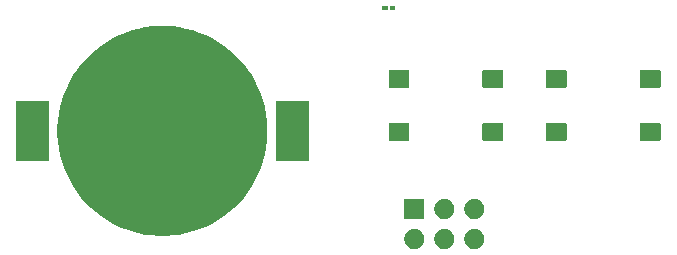
<source format=gbr>
%TF.GenerationSoftware,KiCad,Pcbnew,9.0.3*%
%TF.CreationDate,2025-08-06T08:50:17-04:00*%
%TF.ProjectId,remote,72656d6f-7465-42e6-9b69-6361645f7063,rev?*%
%TF.SameCoordinates,Original*%
%TF.FileFunction,Soldermask,Top*%
%TF.FilePolarity,Negative*%
%FSLAX46Y46*%
G04 Gerber Fmt 4.6, Leading zero omitted, Abs format (unit mm)*
G04 Created by KiCad (PCBNEW 9.0.3) date 2025-08-06 08:50:17*
%MOMM*%
%LPD*%
G01*
G04 APERTURE LIST*
G04 APERTURE END LIST*
G36*
X223591030Y-72364001D02*
G01*
X223744975Y-72427767D01*
X223883522Y-72520341D01*
X224001347Y-72638166D01*
X224093921Y-72776713D01*
X224157687Y-72930658D01*
X224190195Y-73094085D01*
X224190195Y-73260715D01*
X224157687Y-73424142D01*
X224093921Y-73578087D01*
X224001347Y-73716634D01*
X223883522Y-73834459D01*
X223744975Y-73927033D01*
X223591030Y-73990799D01*
X223427603Y-74023307D01*
X223260973Y-74023307D01*
X223097546Y-73990799D01*
X222943601Y-73927033D01*
X222805054Y-73834459D01*
X222687229Y-73716634D01*
X222594655Y-73578087D01*
X222530889Y-73424142D01*
X222498381Y-73260715D01*
X222498381Y-73094085D01*
X222530889Y-72930658D01*
X222594655Y-72776713D01*
X222687229Y-72638166D01*
X222805054Y-72520341D01*
X222943601Y-72427767D01*
X223097546Y-72364001D01*
X223260973Y-72331493D01*
X223427603Y-72331493D01*
X223591030Y-72364001D01*
G37*
G36*
X226131030Y-72364001D02*
G01*
X226284975Y-72427767D01*
X226423522Y-72520341D01*
X226541347Y-72638166D01*
X226633921Y-72776713D01*
X226697687Y-72930658D01*
X226730195Y-73094085D01*
X226730195Y-73260715D01*
X226697687Y-73424142D01*
X226633921Y-73578087D01*
X226541347Y-73716634D01*
X226423522Y-73834459D01*
X226284975Y-73927033D01*
X226131030Y-73990799D01*
X225967603Y-74023307D01*
X225800973Y-74023307D01*
X225637546Y-73990799D01*
X225483601Y-73927033D01*
X225345054Y-73834459D01*
X225227229Y-73716634D01*
X225134655Y-73578087D01*
X225070889Y-73424142D01*
X225038381Y-73260715D01*
X225038381Y-73094085D01*
X225070889Y-72930658D01*
X225134655Y-72776713D01*
X225227229Y-72638166D01*
X225345054Y-72520341D01*
X225483601Y-72427767D01*
X225637546Y-72364001D01*
X225800973Y-72331493D01*
X225967603Y-72331493D01*
X226131030Y-72364001D01*
G37*
G36*
X228671030Y-72364001D02*
G01*
X228824975Y-72427767D01*
X228963522Y-72520341D01*
X229081347Y-72638166D01*
X229173921Y-72776713D01*
X229237687Y-72930658D01*
X229270195Y-73094085D01*
X229270195Y-73260715D01*
X229237687Y-73424142D01*
X229173921Y-73578087D01*
X229081347Y-73716634D01*
X228963522Y-73834459D01*
X228824975Y-73927033D01*
X228671030Y-73990799D01*
X228507603Y-74023307D01*
X228340973Y-74023307D01*
X228177546Y-73990799D01*
X228023601Y-73927033D01*
X227885054Y-73834459D01*
X227767229Y-73716634D01*
X227674655Y-73578087D01*
X227610889Y-73424142D01*
X227578381Y-73260715D01*
X227578381Y-73094085D01*
X227610889Y-72930658D01*
X227674655Y-72776713D01*
X227767229Y-72638166D01*
X227885054Y-72520341D01*
X228023601Y-72427767D01*
X228177546Y-72364001D01*
X228340973Y-72331493D01*
X228507603Y-72331493D01*
X228671030Y-72364001D01*
G37*
G36*
X202879660Y-55186208D02*
G01*
X203456429Y-55262141D01*
X204026996Y-55375634D01*
X204588919Y-55526200D01*
X205139791Y-55713196D01*
X205677253Y-55935821D01*
X206199005Y-56193120D01*
X206702811Y-56483993D01*
X207186515Y-56807193D01*
X207648044Y-57161337D01*
X208085424Y-57544908D01*
X208496780Y-57956264D01*
X208880351Y-58393644D01*
X209234495Y-58855173D01*
X209557695Y-59338877D01*
X209848568Y-59842683D01*
X210105867Y-60364435D01*
X210328492Y-60901897D01*
X210515488Y-61452769D01*
X210666054Y-62014692D01*
X210779547Y-62585259D01*
X210855480Y-63162028D01*
X210893528Y-63742527D01*
X210893528Y-64324273D01*
X210855480Y-64904772D01*
X210779547Y-65481541D01*
X210666054Y-66052108D01*
X210515488Y-66614031D01*
X210328492Y-67164903D01*
X210105867Y-67702365D01*
X209848568Y-68224117D01*
X209557695Y-68727923D01*
X209234495Y-69211627D01*
X208880351Y-69673156D01*
X208496780Y-70110536D01*
X208085424Y-70521892D01*
X207648044Y-70905463D01*
X207186515Y-71259607D01*
X206702811Y-71582807D01*
X206199005Y-71873680D01*
X205677253Y-72130979D01*
X205139791Y-72353604D01*
X204588919Y-72540600D01*
X204026996Y-72691166D01*
X203456429Y-72804659D01*
X202879660Y-72880592D01*
X202299161Y-72918640D01*
X201717415Y-72918640D01*
X201136916Y-72880592D01*
X200560147Y-72804659D01*
X199989580Y-72691166D01*
X199427657Y-72540600D01*
X198876785Y-72353604D01*
X198339323Y-72130979D01*
X197817571Y-71873680D01*
X197313765Y-71582807D01*
X196830061Y-71259607D01*
X196368532Y-70905463D01*
X195931152Y-70521892D01*
X195519796Y-70110536D01*
X195136225Y-69673156D01*
X194782081Y-69211627D01*
X194458881Y-68727923D01*
X194168008Y-68224117D01*
X193910709Y-67702365D01*
X193688084Y-67164903D01*
X193501088Y-66614031D01*
X193350522Y-66052108D01*
X193237029Y-65481541D01*
X193161096Y-64904772D01*
X193123048Y-64324273D01*
X193123048Y-63742527D01*
X193161096Y-63162028D01*
X193237029Y-62585259D01*
X193350522Y-62014692D01*
X193501088Y-61452769D01*
X193688084Y-60901897D01*
X193910709Y-60364435D01*
X194168008Y-59842683D01*
X194458881Y-59338877D01*
X194782081Y-58855173D01*
X195136225Y-58393644D01*
X195519796Y-57956264D01*
X195931152Y-57544908D01*
X196368532Y-57161337D01*
X196830061Y-56807193D01*
X197313765Y-56483993D01*
X197817571Y-56193120D01*
X198339323Y-55935821D01*
X198876785Y-55713196D01*
X199427657Y-55526200D01*
X199989580Y-55375634D01*
X200560147Y-55262141D01*
X201136916Y-55186208D01*
X201717415Y-55148160D01*
X202299161Y-55148160D01*
X202879660Y-55186208D01*
G37*
G36*
X224194288Y-71487400D02*
G01*
X222494288Y-71487400D01*
X222494288Y-69787400D01*
X224194288Y-69787400D01*
X224194288Y-71487400D01*
G37*
G36*
X226131030Y-69824001D02*
G01*
X226284975Y-69887767D01*
X226423522Y-69980341D01*
X226541347Y-70098166D01*
X226633921Y-70236713D01*
X226697687Y-70390658D01*
X226730195Y-70554085D01*
X226730195Y-70720715D01*
X226697687Y-70884142D01*
X226633921Y-71038087D01*
X226541347Y-71176634D01*
X226423522Y-71294459D01*
X226284975Y-71387033D01*
X226131030Y-71450799D01*
X225967603Y-71483307D01*
X225800973Y-71483307D01*
X225637546Y-71450799D01*
X225483601Y-71387033D01*
X225345054Y-71294459D01*
X225227229Y-71176634D01*
X225134655Y-71038087D01*
X225070889Y-70884142D01*
X225038381Y-70720715D01*
X225038381Y-70554085D01*
X225070889Y-70390658D01*
X225134655Y-70236713D01*
X225227229Y-70098166D01*
X225345054Y-69980341D01*
X225483601Y-69887767D01*
X225637546Y-69824001D01*
X225800973Y-69791493D01*
X225967603Y-69791493D01*
X226131030Y-69824001D01*
G37*
G36*
X228671030Y-69824001D02*
G01*
X228824975Y-69887767D01*
X228963522Y-69980341D01*
X229081347Y-70098166D01*
X229173921Y-70236713D01*
X229237687Y-70390658D01*
X229270195Y-70554085D01*
X229270195Y-70720715D01*
X229237687Y-70884142D01*
X229173921Y-71038087D01*
X229081347Y-71176634D01*
X228963522Y-71294459D01*
X228824975Y-71387033D01*
X228671030Y-71450799D01*
X228507603Y-71483307D01*
X228340973Y-71483307D01*
X228177546Y-71450799D01*
X228023601Y-71387033D01*
X227885054Y-71294459D01*
X227767229Y-71176634D01*
X227674655Y-71038087D01*
X227610889Y-70884142D01*
X227578381Y-70720715D01*
X227578381Y-70554085D01*
X227610889Y-70390658D01*
X227674655Y-70236713D01*
X227767229Y-70098166D01*
X227885054Y-69980341D01*
X228023601Y-69887767D01*
X228177546Y-69824001D01*
X228340973Y-69791493D01*
X228507603Y-69791493D01*
X228671030Y-69824001D01*
G37*
G36*
X192418288Y-66573400D02*
G01*
X189628288Y-66573400D01*
X189628288Y-61493400D01*
X192418288Y-61493400D01*
X192418288Y-66573400D01*
G37*
G36*
X214388288Y-66573400D02*
G01*
X211598288Y-66573400D01*
X211598288Y-61493400D01*
X214388288Y-61493400D01*
X214388288Y-66573400D01*
G37*
G36*
X222850322Y-63376164D02*
G01*
X222883413Y-63398275D01*
X222905524Y-63431366D01*
X222913288Y-63470400D01*
X222913288Y-64770400D01*
X222905524Y-64809434D01*
X222883413Y-64842525D01*
X222850322Y-64864636D01*
X222811288Y-64872400D01*
X221261288Y-64872400D01*
X221222254Y-64864636D01*
X221189163Y-64842525D01*
X221167052Y-64809434D01*
X221159288Y-64770400D01*
X221159288Y-63470400D01*
X221167052Y-63431366D01*
X221189163Y-63398275D01*
X221222254Y-63376164D01*
X221261288Y-63368400D01*
X222811288Y-63368400D01*
X222850322Y-63376164D01*
G37*
G36*
X230800322Y-63376164D02*
G01*
X230833413Y-63398275D01*
X230855524Y-63431366D01*
X230863288Y-63470400D01*
X230863288Y-64770400D01*
X230855524Y-64809434D01*
X230833413Y-64842525D01*
X230800322Y-64864636D01*
X230761288Y-64872400D01*
X229211288Y-64872400D01*
X229172254Y-64864636D01*
X229139163Y-64842525D01*
X229117052Y-64809434D01*
X229109288Y-64770400D01*
X229109288Y-63470400D01*
X229117052Y-63431366D01*
X229139163Y-63398275D01*
X229172254Y-63376164D01*
X229211288Y-63368400D01*
X230761288Y-63368400D01*
X230800322Y-63376164D01*
G37*
G36*
X236185322Y-63376164D02*
G01*
X236218413Y-63398275D01*
X236240524Y-63431366D01*
X236248288Y-63470400D01*
X236248288Y-64770400D01*
X236240524Y-64809434D01*
X236218413Y-64842525D01*
X236185322Y-64864636D01*
X236146288Y-64872400D01*
X234596288Y-64872400D01*
X234557254Y-64864636D01*
X234524163Y-64842525D01*
X234502052Y-64809434D01*
X234494288Y-64770400D01*
X234494288Y-63470400D01*
X234502052Y-63431366D01*
X234524163Y-63398275D01*
X234557254Y-63376164D01*
X234596288Y-63368400D01*
X236146288Y-63368400D01*
X236185322Y-63376164D01*
G37*
G36*
X244135322Y-63376164D02*
G01*
X244168413Y-63398275D01*
X244190524Y-63431366D01*
X244198288Y-63470400D01*
X244198288Y-64770400D01*
X244190524Y-64809434D01*
X244168413Y-64842525D01*
X244135322Y-64864636D01*
X244096288Y-64872400D01*
X242546288Y-64872400D01*
X242507254Y-64864636D01*
X242474163Y-64842525D01*
X242452052Y-64809434D01*
X242444288Y-64770400D01*
X242444288Y-63470400D01*
X242452052Y-63431366D01*
X242474163Y-63398275D01*
X242507254Y-63376164D01*
X242546288Y-63368400D01*
X244096288Y-63368400D01*
X244135322Y-63376164D01*
G37*
G36*
X222850322Y-58876164D02*
G01*
X222883413Y-58898275D01*
X222905524Y-58931366D01*
X222913288Y-58970400D01*
X222913288Y-60270400D01*
X222905524Y-60309434D01*
X222883413Y-60342525D01*
X222850322Y-60364636D01*
X222811288Y-60372400D01*
X221261288Y-60372400D01*
X221222254Y-60364636D01*
X221189163Y-60342525D01*
X221167052Y-60309434D01*
X221159288Y-60270400D01*
X221159288Y-58970400D01*
X221167052Y-58931366D01*
X221189163Y-58898275D01*
X221222254Y-58876164D01*
X221261288Y-58868400D01*
X222811288Y-58868400D01*
X222850322Y-58876164D01*
G37*
G36*
X230800322Y-58876164D02*
G01*
X230833413Y-58898275D01*
X230855524Y-58931366D01*
X230863288Y-58970400D01*
X230863288Y-60270400D01*
X230855524Y-60309434D01*
X230833413Y-60342525D01*
X230800322Y-60364636D01*
X230761288Y-60372400D01*
X229211288Y-60372400D01*
X229172254Y-60364636D01*
X229139163Y-60342525D01*
X229117052Y-60309434D01*
X229109288Y-60270400D01*
X229109288Y-58970400D01*
X229117052Y-58931366D01*
X229139163Y-58898275D01*
X229172254Y-58876164D01*
X229211288Y-58868400D01*
X230761288Y-58868400D01*
X230800322Y-58876164D01*
G37*
G36*
X236185322Y-58876164D02*
G01*
X236218413Y-58898275D01*
X236240524Y-58931366D01*
X236248288Y-58970400D01*
X236248288Y-60270400D01*
X236240524Y-60309434D01*
X236218413Y-60342525D01*
X236185322Y-60364636D01*
X236146288Y-60372400D01*
X234596288Y-60372400D01*
X234557254Y-60364636D01*
X234524163Y-60342525D01*
X234502052Y-60309434D01*
X234494288Y-60270400D01*
X234494288Y-58970400D01*
X234502052Y-58931366D01*
X234524163Y-58898275D01*
X234557254Y-58876164D01*
X234596288Y-58868400D01*
X236146288Y-58868400D01*
X236185322Y-58876164D01*
G37*
G36*
X244135322Y-58876164D02*
G01*
X244168413Y-58898275D01*
X244190524Y-58931366D01*
X244198288Y-58970400D01*
X244198288Y-60270400D01*
X244190524Y-60309434D01*
X244168413Y-60342525D01*
X244135322Y-60364636D01*
X244096288Y-60372400D01*
X242546288Y-60372400D01*
X242507254Y-60364636D01*
X242474163Y-60342525D01*
X242452052Y-60309434D01*
X242444288Y-60270400D01*
X242444288Y-58970400D01*
X242452052Y-58931366D01*
X242474163Y-58898275D01*
X242507254Y-58876164D01*
X242546288Y-58868400D01*
X244096288Y-58868400D01*
X244135322Y-58876164D01*
G37*
G36*
X221033556Y-53427012D02*
G01*
X221065999Y-53448689D01*
X221087676Y-53481132D01*
X221095288Y-53519400D01*
X221095288Y-53719400D01*
X221087676Y-53757668D01*
X221065999Y-53790111D01*
X221033556Y-53811788D01*
X220995288Y-53819400D01*
X220735288Y-53819400D01*
X220697020Y-53811788D01*
X220664577Y-53790111D01*
X220642900Y-53757668D01*
X220635288Y-53719400D01*
X220635288Y-53519400D01*
X220642900Y-53481132D01*
X220664577Y-53448689D01*
X220697020Y-53427012D01*
X220735288Y-53419400D01*
X220995288Y-53419400D01*
X221033556Y-53427012D01*
G37*
G36*
X221673556Y-53427012D02*
G01*
X221705999Y-53448689D01*
X221727676Y-53481132D01*
X221735288Y-53519400D01*
X221735288Y-53719400D01*
X221727676Y-53757668D01*
X221705999Y-53790111D01*
X221673556Y-53811788D01*
X221635288Y-53819400D01*
X221375288Y-53819400D01*
X221337020Y-53811788D01*
X221304577Y-53790111D01*
X221282900Y-53757668D01*
X221275288Y-53719400D01*
X221275288Y-53519400D01*
X221282900Y-53481132D01*
X221304577Y-53448689D01*
X221337020Y-53427012D01*
X221375288Y-53419400D01*
X221635288Y-53419400D01*
X221673556Y-53427012D01*
G37*
M02*

</source>
